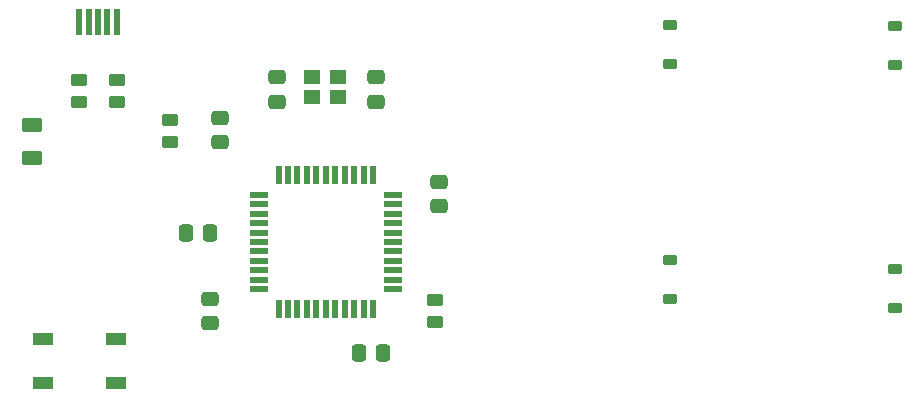
<source format=gbr>
%TF.GenerationSoftware,KiCad,Pcbnew,7.0.6*%
%TF.CreationDate,2023-07-07T23:43:39+02:00*%
%TF.ProjectId,ai03-pcb-guide,61693033-2d70-4636-922d-67756964652e,rev?*%
%TF.SameCoordinates,Original*%
%TF.FileFunction,Paste,Bot*%
%TF.FilePolarity,Positive*%
%FSLAX46Y46*%
G04 Gerber Fmt 4.6, Leading zero omitted, Abs format (unit mm)*
G04 Created by KiCad (PCBNEW 7.0.6) date 2023-07-07 23:43:39*
%MOMM*%
%LPD*%
G01*
G04 APERTURE LIST*
G04 Aperture macros list*
%AMRoundRect*
0 Rectangle with rounded corners*
0 $1 Rounding radius*
0 $2 $3 $4 $5 $6 $7 $8 $9 X,Y pos of 4 corners*
0 Add a 4 corners polygon primitive as box body*
4,1,4,$2,$3,$4,$5,$6,$7,$8,$9,$2,$3,0*
0 Add four circle primitives for the rounded corners*
1,1,$1+$1,$2,$3*
1,1,$1+$1,$4,$5*
1,1,$1+$1,$6,$7*
1,1,$1+$1,$8,$9*
0 Add four rect primitives between the rounded corners*
20,1,$1+$1,$2,$3,$4,$5,0*
20,1,$1+$1,$4,$5,$6,$7,0*
20,1,$1+$1,$6,$7,$8,$9,0*
20,1,$1+$1,$8,$9,$2,$3,0*%
G04 Aperture macros list end*
%ADD10RoundRect,0.250000X0.475000X-0.337500X0.475000X0.337500X-0.475000X0.337500X-0.475000X-0.337500X0*%
%ADD11RoundRect,0.250000X-0.475000X0.337500X-0.475000X-0.337500X0.475000X-0.337500X0.475000X0.337500X0*%
%ADD12R,0.500000X2.250000*%
%ADD13RoundRect,0.225000X0.375000X-0.225000X0.375000X0.225000X-0.375000X0.225000X-0.375000X-0.225000X0*%
%ADD14RoundRect,0.250000X-0.450000X0.262500X-0.450000X-0.262500X0.450000X-0.262500X0.450000X0.262500X0*%
%ADD15RoundRect,0.250000X0.337500X0.475000X-0.337500X0.475000X-0.337500X-0.475000X0.337500X-0.475000X0*%
%ADD16R,1.500000X0.550000*%
%ADD17R,0.550000X1.500000*%
%ADD18RoundRect,0.250000X-0.625000X0.375000X-0.625000X-0.375000X0.625000X-0.375000X0.625000X0.375000X0*%
%ADD19R,1.800000X1.100000*%
%ADD20R,1.400000X1.200000*%
G04 APERTURE END LIST*
D10*
%TO.C,C2*%
X114300000Y-111368750D03*
X114300000Y-109293750D03*
%TD*%
D11*
%TO.C,C6*%
X127538750Y-105875000D03*
X127538750Y-107950000D03*
%TD*%
D10*
%TO.C,C7*%
X119156750Y-107950000D03*
X119156750Y-105875000D03*
%TD*%
D11*
%TO.C,C5*%
X113506250Y-124618750D03*
X113506250Y-126693750D03*
%TD*%
D12*
%TO.C,USB1*%
X105581250Y-101218750D03*
X104781250Y-101218750D03*
X103981250Y-101218750D03*
X103181250Y-101218750D03*
X102381250Y-101218750D03*
%TD*%
D13*
%TO.C,D4*%
X171450000Y-125412500D03*
X171450000Y-122112500D03*
%TD*%
D10*
%TO.C,C3*%
X132862500Y-116800000D03*
X132862500Y-114725000D03*
%TD*%
D13*
%TO.C,D1*%
X152400000Y-104775000D03*
X152400000Y-101475000D03*
%TD*%
D14*
%TO.C,R2*%
X105568750Y-106125000D03*
X105568750Y-107950000D03*
%TD*%
D15*
%TO.C,C1*%
X113506250Y-119062500D03*
X111431250Y-119062500D03*
%TD*%
D14*
%TO.C,R4*%
X110093750Y-109537500D03*
X110093750Y-111362500D03*
%TD*%
D13*
%TO.C,D2*%
X171450000Y-104837500D03*
X171450000Y-101537500D03*
%TD*%
D16*
%TO.C,U1*%
X117574000Y-123823250D03*
X117574000Y-123023250D03*
X117574000Y-122223250D03*
X117574000Y-121423250D03*
X117574000Y-120623250D03*
X117574000Y-119823250D03*
X117574000Y-119023250D03*
X117574000Y-118223250D03*
X117574000Y-117423250D03*
X117574000Y-116623250D03*
X117574000Y-115823250D03*
D17*
X119274000Y-114123250D03*
X120074000Y-114123250D03*
X120874000Y-114123250D03*
X121674000Y-114123250D03*
X122474000Y-114123250D03*
X123274000Y-114123250D03*
X124074000Y-114123250D03*
X124874000Y-114123250D03*
X125674000Y-114123250D03*
X126474000Y-114123250D03*
X127274000Y-114123250D03*
D16*
X128974000Y-115823250D03*
X128974000Y-116623250D03*
X128974000Y-117423250D03*
X128974000Y-118223250D03*
X128974000Y-119023250D03*
X128974000Y-119823250D03*
X128974000Y-120623250D03*
X128974000Y-121423250D03*
X128974000Y-122223250D03*
X128974000Y-123023250D03*
X128974000Y-123823250D03*
D17*
X127274000Y-125523250D03*
X126474000Y-125523250D03*
X125674000Y-125523250D03*
X124874000Y-125523250D03*
X124074000Y-125523250D03*
X123274000Y-125523250D03*
X122474000Y-125523250D03*
X121674000Y-125523250D03*
X120874000Y-125523250D03*
X120074000Y-125523250D03*
X119274000Y-125523250D03*
%TD*%
D18*
%TO.C,F1*%
X98425000Y-109912500D03*
X98425000Y-112712500D03*
%TD*%
D14*
%TO.C,R3*%
X102393750Y-106125000D03*
X102393750Y-107950000D03*
%TD*%
%TO.C,R1*%
X132556250Y-124737500D03*
X132556250Y-126562500D03*
%TD*%
D13*
%TO.C,D3*%
X152400000Y-124618750D03*
X152400000Y-121318750D03*
%TD*%
D15*
%TO.C,C4*%
X128143000Y-129254250D03*
X126068000Y-129254250D03*
%TD*%
D19*
%TO.C,SW1*%
X99293750Y-131762500D03*
X105493750Y-128062500D03*
X99293750Y-128062500D03*
X105493750Y-131762500D03*
%TD*%
D20*
%TO.C,Y1*%
X124320750Y-107530000D03*
X122120750Y-107530000D03*
X122120750Y-105830000D03*
X124320750Y-105830000D03*
%TD*%
M02*

</source>
